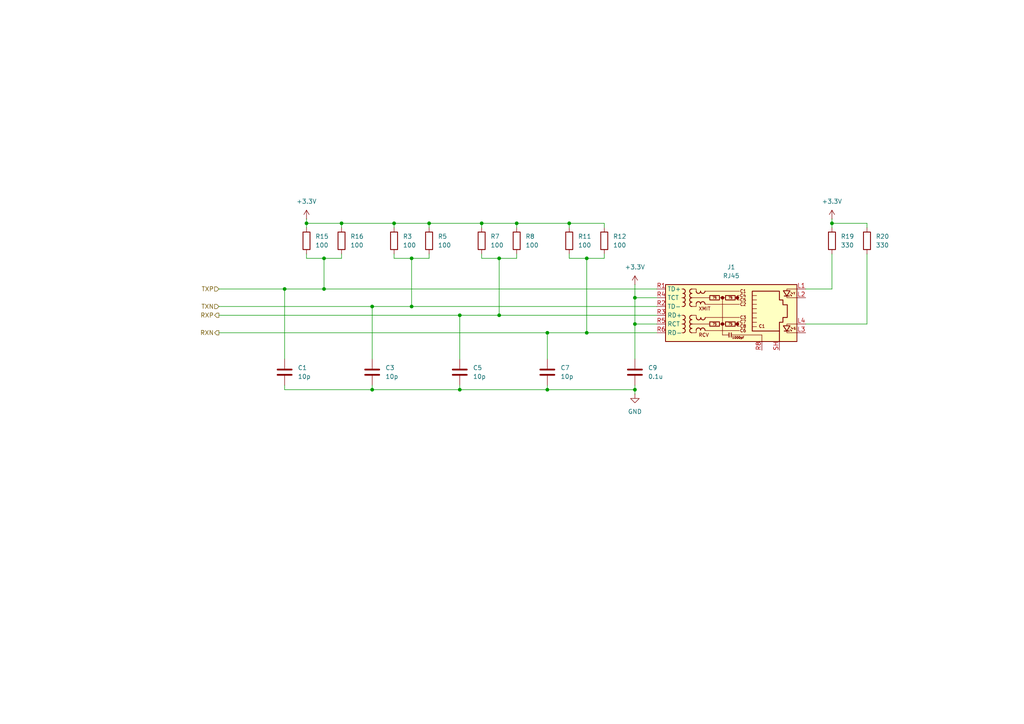
<source format=kicad_sch>
(kicad_sch (version 20231120) (generator "eeschema") (generator_version "8.0")
  (paper "A4")
  (lib_symbols
    (symbol "Connector:RJ45_Amphenol_RJMG1BD3B8K1ANR"
      (property "Reference" "J" (at 18.415 10.16 0))
      (property "Value" "RJ45_Amphenol_RJMG1BD3B8K1ANR" (at -19.05 10.16 0))
      (symbol "RJ45_Amphenol_RJMG1BD3B8K1ANR_0_0"
        (circle (center -1.27 -2.54) (radius 0.0001) (stroke (width 0.508)))
        (circle (center -1.27 5.08) (radius 0.0001) (stroke (width 0.508)))
        (polyline (pts (xy -1.27 5.08) (xy -1.27 -5.715)))
        (polyline (pts (xy 0.635 -5.08) (xy 0.635 -6.35)) (stroke (width 0.254)))
        (polyline (pts (xy 1.27 -5.08) (xy 1.27 -6.35)) (stroke (width 0.254)))
        (polyline (pts (xy 3.048 -2.54) (xy 2.54 -2.54)))
        (polyline (pts (xy 3.048 5.08) (xy 2.54 5.08)))
        (polyline (pts (xy 17.399 -3.048) (xy 17.399 -2.54) (xy 20.32 -2.54)))
        (polyline (pts (xy 17.399 7.112) (xy 17.399 7.62) (xy 20.32 7.62)))
        (polyline (pts (xy 20.32 -5.08) (xy 17.399 -5.08) (xy 17.399 -4.572)))
        (polyline (pts (xy 20.32 5.08) (xy 17.399 5.08) (xy 17.399 5.588)))
        (polyline (pts (xy 3.683 -1.905) (xy 3.048 -1.905) (xy 3.048 -3.175) (xy 3.683 -3.175)))
        (polyline (pts (xy 3.683 5.715) (xy 3.048 5.715) (xy 3.048 4.445) (xy 3.683 4.445)))
        (circle (center 3.048 -2.54) (radius 0.0001) (stroke (width 0.508)))
        (circle (center 3.048 5.08) (radius 0.0001) (stroke (width 0.508)))
        (text "C1" (at 4.699 6.985 0) (effects (font (size 0.889 0.889))))
        (text "C1" (at 10.16 -3.175 0) (effects (font (size 0.889 0.889))))
        (text "C2" (at 4.699 3.175 0) (effects (font (size 0.889 0.889))))
        (text "C3" (at 4.699 -0.635 0) (effects (font (size 0.889 0.889))))
        (text "C4" (at 4.699 5.715 0) (effects (font (size 0.889 0.889))))
        (text "C5" (at 4.699 4.445 0) (effects (font (size 0.889 0.889))))
        (text "C6" (at 4.699 -4.445 0) (effects (font (size 0.889 0.889))))
        (text "C7" (at 4.699 -1.905 0) (effects (font (size 0.889 0.889))))
        (text "C8" (at 4.699 -3.175 0) (effects (font (size 0.889 0.889))))
        (text "RCV" (at -8.255 -5.715 0) (effects (font (size 1.016 1.016)) (justify left)))
        (text "XMIT" (at -8.255 1.905 0) (effects (font (size 1.016 1.016)) (justify left)))
      )
      (symbol "RJ45_Amphenol_RJMG1BD3B8K1ANR_0_1"
        (rectangle (start -17.78 8.89) (end 20.32 -7.62) (stroke (width 0.254)) (fill (type background)))
        (polyline (pts (xy -12.7 -5.08) (xy -13.081 -5.08)))
        (polyline (pts (xy -12.7 -2.54) (xy -13.081 -2.54)))
        (polyline (pts (xy -12.7 0) (xy -13.081 0)))
        (polyline (pts (xy -12.7 2.54) (xy -13.081 2.54)))
        (polyline (pts (xy -12.7 5.08) (xy -13.081 5.08)))
        (polyline (pts (xy -12.7 7.62) (xy -13.081 7.62)))
        (polyline (pts (xy -6.35 -4.445) (xy 3.683 -4.445)))
        (polyline (pts (xy -6.35 3.175) (xy 3.683 3.175)))
        (polyline (pts (xy -6.35 6.985) (xy 3.683 6.985)))
        (polyline (pts (xy -6.223 -0.635) (xy 3.683 -0.635)))
        (polyline (pts (xy -5.08 -2.54) (xy -10.16 -2.54)))
        (polyline (pts (xy -4.953 5.08) (xy -10.16 5.08)))
        (polyline (pts (xy -2.159 -2.54) (xy -0.381 -2.54)))
        (polyline (pts (xy -2.159 5.08) (xy -0.381 5.08)))
        (polyline (pts (xy 0.635 -5.715) (xy -1.27 -5.715)))
        (polyline (pts (xy 7.366 -2.032) (xy 8.636 -2.032)))
        (polyline (pts (xy 7.366 -0.762) (xy 8.636 -0.762)))
        (polyline (pts (xy 7.366 0.635) (xy 8.636 0.635)))
        (polyline (pts (xy 7.366 1.905) (xy 8.636 1.905)))
        (polyline (pts (xy 7.366 3.175) (xy 8.636 3.175)))
        (polyline (pts (xy 8.636 -3.302) (xy 7.366 -3.302)))
        (polyline (pts (xy 8.636 4.445) (xy 7.366 4.445)))
        (polyline (pts (xy 8.636 5.715) (xy 7.366 5.715)))
        (polyline (pts (xy 10.16 -5.715) (xy 1.27 -5.715)))
        (polyline (pts (xy 10.16 -5.715) (xy 10.16 -7.62)))
        (polyline (pts (xy -10.16 0) (xy -8.89 0) (xy -8.89 -0.635)))
        (polyline (pts (xy -10.16 7.62) (xy -8.89 7.62) (xy -8.89 6.985)))
        (polyline (pts (xy -8.89 -4.445) (xy -8.89 -5.08) (xy -10.16 -5.08)))
        (polyline (pts (xy -8.89 3.175) (xy -8.89 2.54) (xy -10.16 2.54)))
      )
      (symbol "RJ45_Amphenol_RJMG1BD3B8K1ANR_1_0"
        (text "1000pF" (at 3.302 -6.477 0) (effects (font (size 0.635 0.635))))
      )
      (symbol "RJ45_Amphenol_RJMG1BD3B8K1ANR_1_1"
        (arc (start -12.7 -1.27) (mid -12.0677 -0.635) (end -12.7 0) (stroke (width 0.254)))
        (arc (start -12.6973 -5.08) (mid -12.065 -4.445) (end -12.6973 -3.81) (stroke (width 0.254)))
        (arc (start -12.6973 -3.81) (mid -12.065 -3.175) (end -12.6973 -2.54) (stroke (width 0.254)))
        (arc (start -12.6973 -2.54) (mid -12.065 -1.905) (end -12.6973 -1.27) (stroke (width 0.254)))
        (arc (start -12.6973 6.35) (mid -12.065 6.985) (end -12.6973 7.62) (stroke (width 0.254)))
        (arc (start -12.6946 2.54) (mid -12.0623 3.175) (end -12.6946 3.81) (stroke (width 0.254)))
        (arc (start -12.6946 3.81) (mid -12.0623 4.445) (end -12.6946 5.08) (stroke (width 0.254)))
        (arc (start -12.6946 5.08) (mid -12.0623 5.715) (end -12.6946 6.35) (stroke (width 0.254)))
        (arc (start -10.1654 -2.54) (mid -10.7977 -3.175) (end -10.1654 -3.81) (stroke (width 0.254)))
        (arc (start -10.1654 -1.27) (mid -10.7977 -1.905) (end -10.1654 -2.54) (stroke (width 0.254)))
        (arc (start -10.1654 0) (mid -10.7977 -0.635) (end -10.1654 -1.27) (stroke (width 0.254)))
        (arc (start -10.1654 5.08) (mid -10.7977 4.445) (end -10.1654 3.81) (stroke (width 0.254)))
        (arc (start -10.1654 6.35) (mid -10.7977 5.715) (end -10.1654 5.08) (stroke (width 0.254)))
        (arc (start -10.1654 7.62) (mid -10.7977 6.985) (end -10.1654 6.35) (stroke (width 0.254)))
        (arc (start -10.1627 -3.81) (mid -10.795 -4.445) (end -10.1627 -5.08) (stroke (width 0.254)))
        (arc (start -10.1627 3.81) (mid -10.795 3.175) (end -10.1627 2.54) (stroke (width 0.254)))
        (arc (start -8.89 6.9823) (mid -8.255 6.35) (end -7.62 6.9823) (stroke (width 0.254)))
        (arc (start -8.8265 -0.7012) (mid -8.1915 -1.3335) (end -7.5565 -0.7012) (stroke (width 0.254)))
        (arc (start -7.62 -4.3153) (mid -8.255 -3.683) (end -8.89 -4.3153) (stroke (width 0.254)))
        (arc (start -7.62 3.3047) (mid -8.255 3.937) (end -8.89 3.3047) (stroke (width 0.254)))
        (arc (start -7.62 6.985) (mid -6.985 6.3527) (end -6.35 6.985) (stroke (width 0.254)))
        (arc (start -7.5565 -0.6985) (mid -6.9215 -1.3308) (end -6.2865 -0.6985) (stroke (width 0.254)))
        (arc (start -6.35 -4.3126) (mid -6.985 -3.6803) (end -7.62 -4.3126) (stroke (width 0.254)))
        (arc (start -6.35 3.3074) (mid -6.985 3.9397) (end -7.62 3.3074) (stroke (width 0.254)))
        (rectangle (start -4.953 -1.905) (end -2.159 -3.175) (stroke (width 0.254)))
        (rectangle (start -4.953 5.715) (end -2.159 4.445) (stroke (width 0.254)))
        (rectangle (start -0.381 -1.905) (end 2.413 -3.175) (stroke (width 0.254)))
        (rectangle (start -0.381 5.715) (end 2.413 4.445) (stroke (width 0.254)))
        (polyline (pts (xy 15.24 -7.62) (xy 15.24 -4.572)) (stroke (width 0.254)))
        (polyline (pts (xy 18.161 -4.572) (xy 16.637 -4.572)) (stroke (width 0.254)))
        (polyline (pts (xy 18.161 5.588) (xy 16.637 5.588)) (stroke (width 0.254)))
        (polyline (pts (xy 18.796 -4.572) (xy 18.796 -4.318)))
        (polyline (pts (xy 18.796 5.588) (xy 18.796 5.842)))
        (polyline (pts (xy 19.05 -3.937) (xy 19.05 -3.683)))
        (polyline (pts (xy 19.05 6.223) (xy 19.05 6.477)))
        (polyline (pts (xy 18.288 -4.064) (xy 18.796 -4.572) (xy 18.542 -4.572)))
        (polyline (pts (xy 18.288 6.096) (xy 18.796 5.588) (xy 18.542 5.588)))
        (polyline (pts (xy 18.542 -3.429) (xy 19.05 -3.937) (xy 18.796 -3.937)))
        (polyline (pts (xy 18.542 6.731) (xy 19.05 6.223) (xy 18.796 6.223)))
        (polyline (pts (xy 18.288 -3.048) (xy 16.383 -3.048) (xy 17.399 -4.572) (xy 18.288 -3.048)) (stroke (width 0.254)))
        (polyline (pts (xy 18.288 7.112) (xy 16.383 7.112) (xy 17.399 5.588) (xy 18.288 7.112)) (stroke (width 0.254)))
        (polyline (pts (xy 7.366 -4.572) (xy 7.366 6.985) (xy 15.24 6.985) (xy 15.24 4.445) (xy 16.256 4.445) (xy 16.256 3.048) (xy 17.526 3.048) (xy 17.526 -0.635) (xy 16.256 -0.635) (xy 16.256 -2.032) (xy 15.24 -2.032) (xy 15.24 -4.572) (xy 7.366 -4.572)) (stroke (width 0.254)))
        (text "75" (at -3.556 -2.54 0) (effects (font (size 0.635 0.635))))
        (text "75" (at -3.556 5.08 0) (effects (font (size 0.635 0.635))))
        (text "75" (at 1.016 -2.54 0) (effects (font (size 0.635 0.635))))
        (text "75" (at 1.016 5.08 0) (effects (font (size 0.635 0.635))))
        (text "G" (at 19.685 -3.81 0) (effects (font (size 0.635 0.635))))
        (text "Y" (at 19.558 6.35 0) (effects (font (size 0.635 0.635))))
        (pin passive line (at 22.86 7.62 180) (length 2.54) (name "") (number "L1"))
        (pin passive line (at 22.86 5.08 180) (length 2.54) (name "") (number "L2"))
        (pin passive line (at 22.86 -5.08 180) (length 2.54) (name "") (number "L3"))
        (pin passive line (at 22.86 -2.54 180) (length 2.54) (name "") (number "L4"))
        (pin passive line (at -20.32 7.62 0) (length 2.54) (name "TD+") (number "R1"))
        (pin passive line (at -20.32 2.54 0) (length 2.54) (name "TD-") (number "R2"))
        (pin passive line (at -20.32 0 0) (length 2.54) (name "RD+") (number "R3"))
        (pin passive line (at -20.32 5.08 0) (length 2.54) (name "TCT") (number "R4"))
        (pin passive line (at -20.32 -2.54 0) (length 2.54) (name "RCT") (number "R5"))
        (pin passive line (at -20.32 -5.08 0) (length 2.54) (name "RD-") (number "R6"))
        (pin no_connect line (at 20.32 0 0) (length 0) hide (name "NC") (number "R7"))
        (pin power_in line (at 10.16 -10.16 90) (length 2.54) (name "") (number "R8"))
        (pin passive line (at 15.24 -10.16 90) (length 2.54) (name "") (number "SH"))
      )
    )
    (symbol "Device:C" (pin_numbers hide) (pin_names (offset 0.254))
      (property "Reference" "C" (at 0.635 2.54 0))
      (property "Value" "C" (at 0.635 -2.54 0))
      (symbol "C_0_1"
        (polyline (pts (xy -2.032 -0.762) (xy 2.032 -0.762)) (stroke (width 0.508)))
        (polyline (pts (xy -2.032 0.762) (xy 2.032 0.762)) (stroke (width 0.508)))
      )
      (symbol "C_1_1"
        (pin passive line (at 0 3.81 270) (length 2.794) (name "~") (number "1"))
        (pin passive line (at 0 -3.81 90) (length 2.794) (name "~") (number "2"))
      )
    )
    (symbol "Device:R" (pin_numbers hide) (pin_names (offset 0))
      (property "Reference" "R" (at 2.032 0 90))
      (property "Value" "R" (at 0 0 90))
      (symbol "R_0_1"
        (rectangle (start -1.016 -2.54) (end 1.016 2.54) (stroke (width 0.254)))
      )
      (symbol "R_1_1"
        (pin passive line (at 0 3.81 270) (length 1.27) (name "~") (number "1"))
        (pin passive line (at 0 -3.81 90) (length 1.27) (name "~") (number "2"))
      )
    )
    (symbol "power:+3.3V" (power) (pin_numbers hide) (pin_names (offset 0) hide)
      (property "Value" "+3.3V" (at 0 3.556 0))
      (symbol "+3.3V_0_1"
        (polyline (pts (xy -0.762 1.27) (xy 0 2.54)))
        (polyline (pts (xy 0 0) (xy 0 2.54)))
        (polyline (pts (xy 0 2.54) (xy 0.762 1.27)))
      )
      (symbol "+3.3V_1_1"
        (pin power_in line (at 0 0 90) (length 0) (name "~") (number "1"))
      )
    )
    (symbol "power:GND" (power) (pin_numbers hide) (pin_names (offset 0) hide)
      (property "Value" "GND" (at 0 -3.81 0))
      (symbol "GND_0_1"
        (polyline (pts (xy 0 0) (xy 0 -1.27) (xy 1.27 -1.27) (xy 0 -2.54) (xy -1.27 -1.27) (xy 0 -1.27)))
      )
      (symbol "GND_1_1"
        (pin power_in line (at 0 0 270) (length 0) (name "~") (number "1"))
      )
    )
  )
  (junction (at 144.78 74.93))
  (junction (at 133.35 113.03))
  (junction (at 170.18 96.52))
  (junction (at 139.7 64.77))
  (junction (at 88.9 64.77))
  (junction (at 107.95 88.9))
  (junction (at 82.55 83.82))
  (junction (at 165.1 64.77))
  (junction (at 93.98 74.93))
  (junction (at 119.38 88.9))
  (junction (at 119.38 74.93))
  (junction (at 170.18 74.93))
  (junction (at 184.15 93.98))
  (junction (at 93.98 83.82))
  (junction (at 133.35 91.44))
  (junction (at 114.3 64.77))
  (junction (at 144.78 91.44))
  (junction (at 158.75 96.52))
  (junction (at 99.06 64.77))
  (junction (at 124.46 64.77))
  (junction (at 241.3 64.77))
  (junction (at 149.86 64.77))
  (junction (at 107.95 113.03))
  (junction (at 184.15 86.36))
  (junction (at 158.75 113.03))
  (junction (at 184.15 113.03))
  (wire (pts (xy 139.7 74.93) (xy 144.78 74.93)))
  (wire (pts (xy 124.46 64.77) (xy 139.7 64.77)))
  (wire (pts (xy 63.5 83.82) (xy 82.55 83.82)))
  (wire (pts (xy 82.55 83.82) (xy 82.55 104.14)))
  (wire (pts (xy 149.86 74.93) (xy 149.86 73.66)))
  (wire (pts (xy 170.18 96.52) (xy 190.5 96.52)))
  (wire (pts (xy 165.1 64.77) (xy 175.26 64.77)))
  (wire (pts (xy 158.75 96.52) (xy 63.5 96.52)))
  (wire (pts (xy 133.35 113.03) (xy 158.75 113.03)))
  (wire (pts (xy 99.06 64.77) (xy 114.3 64.77)))
  (wire (pts (xy 119.38 74.93) (xy 124.46 74.93)))
  (wire (pts (xy 241.3 63.5) (xy 241.3 64.77)))
  (wire (pts (xy 88.9 64.77) (xy 99.06 64.77)))
  (wire (pts (xy 114.3 64.77) (xy 114.3 66.04)))
  (wire (pts (xy 133.35 111.76) (xy 133.35 113.03)))
  (wire (pts (xy 119.38 74.93) (xy 119.38 88.9)))
  (wire (pts (xy 241.3 83.82) (xy 233.68 83.82)))
  (wire (pts (xy 107.95 111.76) (xy 107.95 113.03)))
  (wire (pts (xy 88.9 74.93) (xy 93.98 74.93)))
  (wire (pts (xy 175.26 64.77) (xy 175.26 66.04)))
  (wire (pts (xy 170.18 74.93) (xy 175.26 74.93)))
  (wire (pts (xy 144.78 74.93) (xy 149.86 74.93)))
  (wire (pts (xy 114.3 74.93) (xy 114.3 73.66)))
  (wire (pts (xy 144.78 74.93) (xy 144.78 91.44)))
  (wire (pts (xy 241.3 64.77) (xy 251.46 64.77)))
  (wire (pts (xy 114.3 64.77) (xy 124.46 64.77)))
  (wire (pts (xy 88.9 64.77) (xy 88.9 66.04)))
  (wire (pts (xy 107.95 88.9) (xy 107.95 104.14)))
  (wire (pts (xy 184.15 93.98) (xy 190.5 93.98)))
  (wire (pts (xy 139.7 74.93) (xy 139.7 73.66)))
  (wire (pts (xy 107.95 113.03) (xy 133.35 113.03)))
  (wire (pts (xy 99.06 74.93) (xy 99.06 73.66)))
  (wire (pts (xy 119.38 88.9) (xy 190.5 88.9)))
  (wire (pts (xy 184.15 86.36) (xy 184.15 93.98)))
  (wire (pts (xy 133.35 91.44) (xy 133.35 104.14)))
  (wire (pts (xy 124.46 64.77) (xy 124.46 66.04)))
  (wire (pts (xy 184.15 113.03) (xy 184.15 114.3)))
  (wire (pts (xy 175.26 74.93) (xy 175.26 73.66)))
  (wire (pts (xy 133.35 91.44) (xy 144.78 91.44)))
  (wire (pts (xy 170.18 74.93) (xy 170.18 96.52)))
  (wire (pts (xy 93.98 74.93) (xy 93.98 83.82)))
  (wire (pts (xy 241.3 73.66) (xy 241.3 83.82)))
  (wire (pts (xy 158.75 96.52) (xy 170.18 96.52)))
  (wire (pts (xy 158.75 96.52) (xy 158.75 104.14)))
  (wire (pts (xy 251.46 73.66) (xy 251.46 93.98)))
  (wire (pts (xy 184.15 86.36) (xy 190.5 86.36)))
  (wire (pts (xy 149.86 64.77) (xy 165.1 64.77)))
  (wire (pts (xy 82.55 113.03) (xy 107.95 113.03)))
  (wire (pts (xy 63.5 91.44) (xy 133.35 91.44)))
  (wire (pts (xy 184.15 82.55) (xy 184.15 86.36)))
  (wire (pts (xy 251.46 93.98) (xy 233.68 93.98)))
  (wire (pts (xy 144.78 91.44) (xy 190.5 91.44)))
  (wire (pts (xy 82.55 111.76) (xy 82.55 113.03)))
  (wire (pts (xy 124.46 74.93) (xy 124.46 73.66)))
  (wire (pts (xy 184.15 111.76) (xy 184.15 113.03)))
  (wire (pts (xy 88.9 74.93) (xy 88.9 73.66)))
  (wire (pts (xy 158.75 111.76) (xy 158.75 113.03)))
  (wire (pts (xy 139.7 64.77) (xy 139.7 66.04)))
  (wire (pts (xy 241.3 64.77) (xy 241.3 66.04)))
  (wire (pts (xy 184.15 93.98) (xy 184.15 104.14)))
  (wire (pts (xy 63.5 88.9) (xy 107.95 88.9)))
  (wire (pts (xy 114.3 74.93) (xy 119.38 74.93)))
  (wire (pts (xy 149.86 64.77) (xy 149.86 66.04)))
  (wire (pts (xy 93.98 74.93) (xy 99.06 74.93)))
  (wire (pts (xy 165.1 64.77) (xy 165.1 66.04)))
  (wire (pts (xy 184.15 113.03) (xy 158.75 113.03)))
  (wire (pts (xy 139.7 64.77) (xy 149.86 64.77)))
  (wire (pts (xy 165.1 74.93) (xy 170.18 74.93)))
  (wire (pts (xy 107.95 88.9) (xy 119.38 88.9)))
  (wire (pts (xy 251.46 66.04) (xy 251.46 64.77)))
  (wire (pts (xy 99.06 64.77) (xy 99.06 66.04)))
  (wire (pts (xy 88.9 63.5) (xy 88.9 64.77)))
  (wire (pts (xy 93.98 83.82) (xy 190.5 83.82)))
  (wire (pts (xy 165.1 74.93) (xy 165.1 73.66)))
  (wire (pts (xy 82.55 83.82) (xy 93.98 83.82)))
  (hierarchical_label "RXN" (shape output) (at 63.5 96.52 180))
  (hierarchical_label "TXN" (shape input) (at 63.5 88.9 180))
  (hierarchical_label "RXP" (shape output) (at 63.5 91.44 180))
  (hierarchical_label "TXP" (shape input) (at 63.5 83.82 180))
  (symbol (lib_id "Device:C") (at 133.35 107.95 0) (unit 1)
    (property "Reference" "C5" (at 137.16 106.6799 0) (effects (justify left)))
    (property "Value" "10p" (at 137.16 109.2199 0) (effects (justify left)))
    (property "Description" "Unpolarized capacitor" (effects (hide yes)))
    (instances (project "Deer CAT slave" (path "" (reference "C5") (unit 1)) (path "" (reference "C6") (unit 1))))
  )
  (symbol (lib_id "Device:R") (at 88.9 69.85 0) (unit 1)
    (property "Reference" "R15" (at 91.44 68.5799 0) (effects (justify left)))
    (property "Value" "100" (at 91.44 71.1199 0) (effects (justify left)))
    (property "Description" "Resistor" (effects (hide yes)))
    (instances (project "Deer CAT slave" (path "" (reference "R15") (unit 1)) (path "" (reference "R17") (unit 1))))
  )
  (symbol (lib_id "Connector:RJ45_Amphenol_RJMG1BD3B8K1ANR") (at 210.82 91.44 0) (unit 1)
    (property "Reference" "J1" (at 212.09 77.47 0))
    (property "Value" "RJ45" (at 212.09 80.01 0))
    (property "Footprint" "Connector_RJ:RJ45_Amphenol_RJMG1BD3B8K1ANR" (effects (hide yes)))
    (property "Datasheet" "https://www.amphenol-cs.com/media/wysiwyg/files/drawing/rjmg1bd3b8k1anr.pdf" (effects (hide yes)))
    (property "Description" "1 Port RJ45 Magjack Connector Through Hole 10/100 Base-T, AutoMDIX" (effects (hide yes)))
    (instances (project "" (path "" (reference "J1") (unit 1)) (path "" (reference "J2") (unit 1))))
  )
  (symbol (lib_id "power:+3.3V") (at 241.3 63.5 0) (unit 1)
    (property "Reference" "#PWR010" (effects (hide yes)))
    (property "Value" "+3.3V" (at 241.3 58.42 0))
    (property "Description" "Power symbol creates a global label with name \"+3.3V\"" (effects (hide yes)))
    (instances (project "Deer CAT slave" (path "" (reference "#PWR010") (unit 1)) (path "" (reference "#PWR011") (unit 1))))
  )
  (symbol (lib_id "Device:C") (at 158.75 107.95 0) (unit 1)
    (property "Reference" "C7" (at 162.56 106.6799 0) (effects (justify left)))
    (property "Value" "10p" (at 162.56 109.2199 0) (effects (justify left)))
    (property "Description" "Unpolarized capacitor" (effects (hide yes)))
    (instances (project "Deer CAT slave" (path "" (reference "C7") (unit 1)) (path "" (reference "C8") (unit 1))))
  )
  (symbol (lib_id "power:+3.3V") (at 88.9 63.5 0) (unit 1)
    (property "Reference" "#PWR06" (effects (hide yes)))
    (property "Value" "+3.3V" (at 88.9 58.42 0))
    (property "Description" "Power symbol creates a global label with name \"+3.3V\"" (effects (hide yes)))
    (instances (project "Deer CAT slave" (path "" (reference "#PWR06") (unit 1)) (path "" (reference "#PWR07") (unit 1))))
  )
  (symbol (lib_id "Device:C") (at 184.15 107.95 0) (unit 1)
    (property "Reference" "C9" (at 187.96 106.6799 0) (effects (justify left)))
    (property "Value" "0.1u" (at 187.96 109.2199 0) (effects (justify left)))
    (property "Description" "Unpolarized capacitor" (effects (hide yes)))
    (instances (project "Deer CAT slave" (path "" (reference "C9") (unit 1)) (path "" (reference "C10") (unit 1))))
  )
  (symbol (lib_id "power:GND") (at 184.15 114.3 0) (unit 1)
    (property "Reference" "#PWR08" (effects (hide yes)))
    (property "Value" "GND" (at 184.15 119.38 0))
    (property "Description" "Power symbol creates a global label with name \"GND\" , ground" (effects (hide yes)))
    (instances (project "" (path "" (reference "#PWR08") (unit 1)) (path "" (reference "#PWR09") (unit 1))))
  )
  (symbol (lib_id "Device:R") (at 165.1 69.85 0) (unit 1)
    (property "Reference" "R11" (at 167.64 68.5799 0) (effects (justify left)))
    (property "Value" "100" (at 167.64 71.1199 0) (effects (justify left)))
    (property "Description" "Resistor" (effects (hide yes)))
    (instances (project "Deer CAT slave" (path "" (reference "R11") (unit 1)) (path "" (reference "R13") (unit 1))))
  )
  (symbol (lib_id "Device:R") (at 114.3 69.85 0) (unit 1)
    (property "Reference" "R3" (at 116.84 68.5799 0) (effects (justify left)))
    (property "Value" "100" (at 116.84 71.1199 0) (effects (justify left)))
    (property "Description" "Resistor" (effects (hide yes)))
    (instances (project "" (path "" (reference "R3") (unit 1)) (path "" (reference "R4") (unit 1))))
  )
  (symbol (lib_id "Device:C") (at 82.55 107.95 0) (unit 1)
    (property "Reference" "C1" (at 86.36 106.6799 0) (effects (justify left)))
    (property "Value" "10p" (at 86.36 109.2199 0) (effects (justify left)))
    (property "Description" "Unpolarized capacitor" (effects (hide yes)))
    (instances (project "" (path "" (reference "C1") (unit 1)) (path "" (reference "C2") (unit 1))))
  )
  (symbol (lib_id "Device:R") (at 251.46 69.85 0) (unit 1)
    (property "Reference" "R20" (at 254 68.5799 0) (effects (justify left)))
    (property "Value" "330" (at 254 71.1199 0) (effects (justify left)))
    (property "Description" "Resistor" (effects (hide yes)))
    (instances (project "Deer CAT slave" (path "" (reference "R20") (unit 1)) (path "" (reference "R22") (unit 1))))
  )
  (symbol (lib_id "Device:R") (at 99.06 69.85 0) (unit 1)
    (property "Reference" "R16" (at 101.6 68.5799 0) (effects (justify left)))
    (property "Value" "100" (at 101.6 71.1199 0) (effects (justify left)))
    (property "Description" "Resistor" (effects (hide yes)))
    (instances (project "Deer CAT slave" (path "" (reference "R16") (unit 1)) (path "" (reference "R18") (unit 1))))
  )
  (symbol (lib_id "Device:R") (at 149.86 69.85 0) (unit 1)
    (property "Reference" "R8" (at 152.4 68.5799 0) (effects (justify left)))
    (property "Value" "100" (at 152.4 71.1199 0) (effects (justify left)))
    (property "Description" "Resistor" (effects (hide yes)))
    (instances (project "Deer CAT slave" (path "" (reference "R8") (unit 1)) (path "" (reference "R10") (unit 1))))
  )
  (symbol (lib_id "power:+3.3V") (at 184.15 82.55 0) (unit 1)
    (property "Reference" "#PWR04" (effects (hide yes)))
    (property "Value" "+3.3V" (at 184.15 77.47 0))
    (property "Description" "Power symbol creates a global label with name \"+3.3V\"" (effects (hide yes)))
    (instances (project "" (path "" (reference "#PWR04") (unit 1)) (path "" (reference "#PWR05") (unit 1))))
  )
  (symbol (lib_id "Device:R") (at 175.26 69.85 0) (unit 1)
    (property "Reference" "R12" (at 177.8 68.5799 0) (effects (justify left)))
    (property "Value" "100" (at 177.8 71.1199 0) (effects (justify left)))
    (property "Description" "Resistor" (effects (hide yes)))
    (instances (project "Deer CAT slave" (path "" (reference "R12") (unit 1)) (path "" (reference "R14") (unit 1))))
  )
  (symbol (lib_id "Device:R") (at 241.3 69.85 0) (unit 1)
    (property "Reference" "R19" (at 243.84 68.5799 0) (effects (justify left)))
    (property "Value" "330" (at 243.84 71.1199 0) (effects (justify left)))
    (property "Description" "Resistor" (effects (hide yes)))
    (instances (project "Deer CAT slave" (path "" (reference "R19") (unit 1)) (path "" (reference "R21") (unit 1))))
  )
  (symbol (lib_id "Device:R") (at 124.46 69.85 0) (unit 1)
    (property "Reference" "R5" (at 127 68.5799 0) (effects (justify left)))
    (property "Value" "100" (at 127 71.1199 0) (effects (justify left)))
    (property "Description" "Resistor" (effects (hide yes)))
    (instances (project "Deer CAT slave" (path "" (reference "R5") (unit 1)) (path "" (reference "R6") (unit 1))))
  )
  (symbol (lib_id "Device:R") (at 139.7 69.85 0) (unit 1)
    (property "Reference" "R7" (at 142.24 68.5799 0) (effects (justify left)))
    (property "Value" "100" (at 142.24 71.1199 0) (effects (justify left)))
    (property "Description" "Resistor" (effects (hide yes)))
    (instances (project "Deer CAT slave" (path "" (reference "R7") (unit 1)) (path "" (reference "R9") (unit 1))))
  )
  (symbol (lib_id "Device:C") (at 107.95 107.95 0) (unit 1)
    (property "Reference" "C3" (at 111.76 106.6799 0) (effects (justify left)))
    (property "Value" "10p" (at 111.76 109.2199 0) (effects (justify left)))
    (property "Description" "Unpolarized capacitor" (effects (hide yes)))
    (instances (project "Deer CAT slave" (path "" (reference "C3") (unit 1)) (path "" (reference "C4") (unit 1))))
  )
)
</source>
